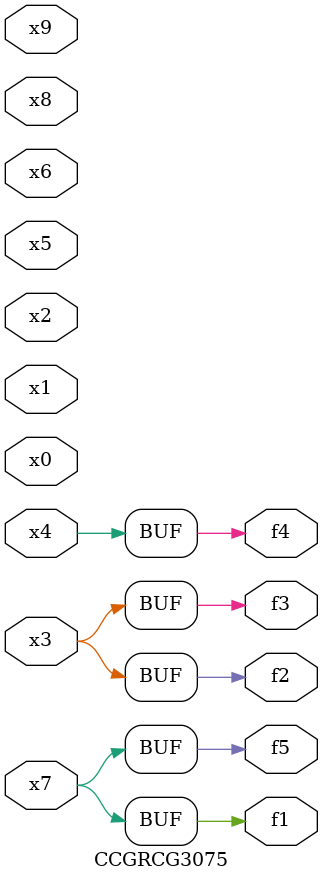
<source format=v>
module CCGRCG3075(
	input x0, x1, x2, x3, x4, x5, x6, x7, x8, x9,
	output f1, f2, f3, f4, f5
);
	assign f1 = x7;
	assign f2 = x3;
	assign f3 = x3;
	assign f4 = x4;
	assign f5 = x7;
endmodule

</source>
